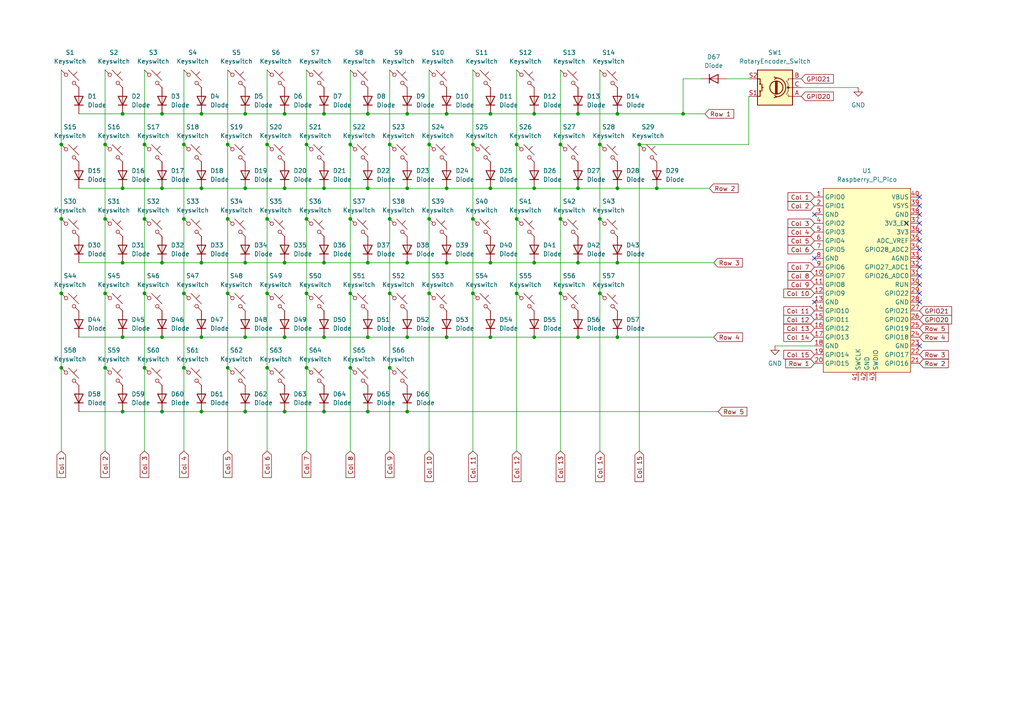
<source format=kicad_sch>
(kicad_sch (version 20250114) (generator "eeschema") (generator_version "9.0")
  (paper "A4")
  (junction (at 35.56 97.79))
  (junction (at 106.68 97.79))
  (junction (at 118.11 76.2))
  (junction (at 167.64 54.61))
  (junction (at 58.42 33.02))
  (junction (at 82.55 97.79))
  (junction (at 82.55 76.2))
  (junction (at 41.91 63.5))
  (junction (at 30.48 63.5))
  (junction (at 101.6 106.68))
  (junction (at 101.6 85.09))
  (junction (at 173.99 63.5))
  (junction (at 142.24 97.79))
  (junction (at 154.94 76.2))
  (junction (at 30.48 41.91))
  (junction (at 35.56 54.61))
  (junction (at 142.24 33.02))
  (junction (at 66.04 106.68))
  (junction (at 35.56 76.2))
  (junction (at 66.04 63.5))
  (junction (at 77.47 85.09))
  (junction (at 142.24 76.2))
  (junction (at 113.03 63.5))
  (junction (at 53.34 85.09))
  (junction (at 58.42 54.61))
  (junction (at 149.86 63.5))
  (junction (at 154.94 97.79))
  (junction (at 167.64 33.02))
  (junction (at 162.56 41.91))
  (junction (at 17.78 41.91))
  (junction (at 179.07 76.2))
  (junction (at 93.98 76.2))
  (junction (at 46.99 76.2))
  (junction (at 198.12 33.02))
  (junction (at 129.54 97.79))
  (junction (at 162.56 63.5))
  (junction (at 71.12 119.38))
  (junction (at 129.54 33.02))
  (junction (at 82.55 54.61))
  (junction (at 58.42 76.2))
  (junction (at 71.12 76.2))
  (junction (at 66.04 41.91))
  (junction (at 77.47 106.68))
  (junction (at 46.99 33.02))
  (junction (at 82.55 119.38))
  (junction (at 106.68 119.38))
  (junction (at 106.68 76.2))
  (junction (at 71.12 54.61))
  (junction (at 88.9 106.68))
  (junction (at 113.03 85.09))
  (junction (at 106.68 54.61))
  (junction (at 124.46 85.09))
  (junction (at 129.54 76.2))
  (junction (at 93.98 119.38))
  (junction (at 137.16 63.5))
  (junction (at 30.48 85.09))
  (junction (at 179.07 54.61))
  (junction (at 93.98 54.61))
  (junction (at 124.46 41.91))
  (junction (at 118.11 54.61))
  (junction (at 46.99 119.38))
  (junction (at 142.24 54.61))
  (junction (at 173.99 85.09))
  (junction (at 185.42 41.91))
  (junction (at 118.11 33.02))
  (junction (at 53.34 106.68))
  (junction (at 167.64 97.79))
  (junction (at 41.91 41.91))
  (junction (at 137.16 41.91))
  (junction (at 88.9 41.91))
  (junction (at 129.54 54.61))
  (junction (at 77.47 41.91))
  (junction (at 88.9 85.09))
  (junction (at 35.56 119.38))
  (junction (at 71.12 97.79))
  (junction (at 113.03 41.91))
  (junction (at 179.07 97.79))
  (junction (at 149.86 85.09))
  (junction (at 101.6 63.5))
  (junction (at 17.78 106.68))
  (junction (at 162.56 85.09))
  (junction (at 173.99 41.91))
  (junction (at 53.34 41.91))
  (junction (at 93.98 97.79))
  (junction (at 167.64 76.2))
  (junction (at 58.42 119.38))
  (junction (at 82.55 33.02))
  (junction (at 35.56 33.02))
  (junction (at 190.5 54.61))
  (junction (at 137.16 85.09))
  (junction (at 118.11 119.38))
  (junction (at 53.34 63.5))
  (junction (at 46.99 54.61))
  (junction (at 46.99 97.79))
  (junction (at 118.11 97.79))
  (junction (at 154.94 33.02))
  (junction (at 106.68 33.02))
  (junction (at 17.78 85.09))
  (junction (at 113.03 106.68))
  (junction (at 124.46 63.5))
  (junction (at 88.9 63.5))
  (junction (at 154.94 54.61))
  (junction (at 149.86 41.91))
  (junction (at 58.42 97.79))
  (junction (at 77.47 63.5))
  (junction (at 41.91 106.68))
  (junction (at 17.78 63.5))
  (junction (at 179.07 33.02))
  (junction (at 93.98 33.02))
  (junction (at 30.48 106.68))
  (junction (at 101.6 41.91))
  (junction (at 71.12 33.02))
  (junction (at 41.91 85.09))
  (junction (at 66.04 85.09))
  (no_connect (at 266.7 69.85))
  (no_connect (at 266.7 80.01))
  (no_connect (at 266.7 100.33))
  (no_connect (at 266.7 74.93))
  (no_connect (at 266.7 62.23))
  (no_connect (at 266.7 57.15))
  (no_connect (at 266.7 87.63))
  (no_connect (at 262.89 64.77))
  (no_connect (at 266.7 77.47))
  (no_connect (at 266.7 64.77))
  (no_connect (at 236.22 87.63))
  (no_connect (at 266.7 82.55))
  (no_connect (at 266.7 59.69))
  (no_connect (at 266.7 67.31))
  (no_connect (at 236.22 74.93))
  (no_connect (at 266.7 85.09))
  (no_connect (at 266.7 72.39))
  (no_connect (at 236.22 62.23))
  (wire (pts (xy 106.68 76.2) (xy 118.11 76.2)))
  (wire (pts (xy 77.47 85.09) (xy 77.47 106.68)))
  (wire (pts (xy 173.99 63.5) (xy 173.99 85.09)))
  (wire (pts (xy 118.11 119.38) (xy 208.28 119.38)))
  (wire (pts (xy 77.47 20.32) (xy 77.47 41.91)))
  (wire (pts (xy 118.11 33.02) (xy 129.54 33.02)))
  (wire (pts (xy 41.91 41.91) (xy 41.91 63.5)))
  (wire (pts (xy 179.07 54.61) (xy 190.5 54.61)))
  (wire (pts (xy 162.56 85.09) (xy 162.56 130.81)))
  (wire (pts (xy 129.54 54.61) (xy 142.24 54.61)))
  (wire (pts (xy 137.16 41.91) (xy 137.16 63.5)))
  (wire (pts (xy 17.78 63.5) (xy 17.78 85.09)))
  (wire (pts (xy 129.54 33.02) (xy 142.24 33.02)))
  (wire (pts (xy 154.94 54.61) (xy 167.64 54.61)))
  (wire (pts (xy 149.86 63.5) (xy 149.86 85.09)))
  (wire (pts (xy 93.98 54.61) (xy 106.68 54.61)))
  (wire (pts (xy 30.48 85.09) (xy 30.48 106.68)))
  (wire (pts (xy 101.6 85.09) (xy 101.6 106.68)))
  (wire (pts (xy 106.68 119.38) (xy 118.11 119.38)))
  (wire (pts (xy 101.6 41.91) (xy 101.6 63.5)))
  (wire (pts (xy 179.07 33.02) (xy 198.12 33.02)))
  (wire (pts (xy 71.12 97.79) (xy 82.55 97.79)))
  (wire (pts (xy 167.64 54.61) (xy 179.07 54.61)))
  (wire (pts (xy 77.47 63.5) (xy 77.47 85.09)))
  (wire (pts (xy 162.56 63.5) (xy 162.56 85.09)))
  (wire (pts (xy 41.91 106.68) (xy 41.91 130.81)))
  (wire (pts (xy 53.34 85.09) (xy 53.34 106.68)))
  (wire (pts (xy 118.11 54.61) (xy 129.54 54.61)))
  (wire (pts (xy 167.64 97.79) (xy 179.07 97.79)))
  (wire (pts (xy 35.56 76.2) (xy 46.99 76.2)))
  (wire (pts (xy 106.68 54.61) (xy 118.11 54.61)))
  (wire (pts (xy 58.42 97.79) (xy 71.12 97.79)))
  (wire (pts (xy 154.94 33.02) (xy 167.64 33.02)))
  (wire (pts (xy 113.03 85.09) (xy 113.03 106.68)))
  (wire (pts (xy 167.64 33.02) (xy 179.07 33.02)))
  (wire (pts (xy 46.99 76.2) (xy 58.42 76.2)))
  (wire (pts (xy 58.42 76.2) (xy 71.12 76.2)))
  (wire (pts (xy 41.91 20.32) (xy 41.91 41.91)))
  (wire (pts (xy 106.68 33.02) (xy 118.11 33.02)))
  (wire (pts (xy 82.55 54.61) (xy 93.98 54.61)))
  (wire (pts (xy 167.64 76.2) (xy 179.07 76.2)))
  (wire (pts (xy 66.04 106.68) (xy 66.04 130.81)))
  (wire (pts (xy 93.98 76.2) (xy 106.68 76.2)))
  (wire (pts (xy 118.11 97.79) (xy 129.54 97.79)))
  (wire (pts (xy 129.54 76.2) (xy 142.24 76.2)))
  (wire (pts (xy 17.78 85.09) (xy 17.78 106.68)))
  (wire (pts (xy 88.9 63.5) (xy 88.9 85.09)))
  (wire (pts (xy 35.56 33.02) (xy 46.99 33.02)))
  (wire (pts (xy 137.16 63.5) (xy 137.16 85.09)))
  (wire (pts (xy 88.9 106.68) (xy 88.9 130.81)))
  (wire (pts (xy 113.03 106.68) (xy 113.03 130.81)))
  (wire (pts (xy 35.56 54.61) (xy 46.99 54.61)))
  (wire (pts (xy 217.17 41.91) (xy 185.42 41.91)))
  (wire (pts (xy 149.86 20.32) (xy 149.86 41.91)))
  (wire (pts (xy 154.94 97.79) (xy 167.64 97.79)))
  (wire (pts (xy 173.99 85.09) (xy 173.99 130.81)))
  (wire (pts (xy 17.78 106.68) (xy 17.78 130.81)))
  (wire (pts (xy 124.46 85.09) (xy 124.46 130.81)))
  (wire (pts (xy 66.04 85.09) (xy 66.04 106.68)))
  (wire (pts (xy 22.86 119.38) (xy 35.56 119.38)))
  (wire (pts (xy 173.99 20.32) (xy 173.99 41.91)))
  (wire (pts (xy 210.82 22.86) (xy 217.17 22.86)))
  (wire (pts (xy 46.99 97.79) (xy 58.42 97.79)))
  (wire (pts (xy 30.48 41.91) (xy 30.48 63.5)))
  (wire (pts (xy 22.86 54.61) (xy 35.56 54.61)))
  (wire (pts (xy 113.03 41.91) (xy 113.03 63.5)))
  (wire (pts (xy 179.07 97.79) (xy 207.01 97.79)))
  (wire (pts (xy 142.24 33.02) (xy 154.94 33.02)))
  (wire (pts (xy 53.34 106.68) (xy 53.34 130.81)))
  (wire (pts (xy 66.04 41.91) (xy 66.04 63.5)))
  (wire (pts (xy 66.04 20.32) (xy 66.04 41.91)))
  (wire (pts (xy 71.12 76.2) (xy 82.55 76.2)))
  (wire (pts (xy 142.24 76.2) (xy 154.94 76.2)))
  (wire (pts (xy 71.12 54.61) (xy 82.55 54.61)))
  (wire (pts (xy 232.41 25.4) (xy 248.92 25.4)))
  (wire (pts (xy 142.24 97.79) (xy 154.94 97.79)))
  (wire (pts (xy 198.12 33.02) (xy 204.47 33.02)))
  (wire (pts (xy 93.98 33.02) (xy 106.68 33.02)))
  (wire (pts (xy 179.07 76.2) (xy 207.01 76.2)))
  (wire (pts (xy 118.11 76.2) (xy 129.54 76.2)))
  (wire (pts (xy 149.86 85.09) (xy 149.86 130.81)))
  (wire (pts (xy 124.46 20.32) (xy 124.46 41.91)))
  (wire (pts (xy 93.98 97.79) (xy 106.68 97.79)))
  (wire (pts (xy 149.86 41.91) (xy 149.86 63.5)))
  (wire (pts (xy 71.12 33.02) (xy 82.55 33.02)))
  (wire (pts (xy 88.9 41.91) (xy 88.9 63.5)))
  (wire (pts (xy 58.42 33.02) (xy 71.12 33.02)))
  (wire (pts (xy 53.34 63.5) (xy 53.34 85.09)))
  (wire (pts (xy 82.55 119.38) (xy 93.98 119.38)))
  (wire (pts (xy 82.55 33.02) (xy 93.98 33.02)))
  (wire (pts (xy 30.48 63.5) (xy 30.48 85.09)))
  (wire (pts (xy 82.55 97.79) (xy 93.98 97.79)))
  (wire (pts (xy 142.24 54.61) (xy 154.94 54.61)))
  (wire (pts (xy 22.86 97.79) (xy 35.56 97.79)))
  (wire (pts (xy 113.03 63.5) (xy 113.03 85.09)))
  (wire (pts (xy 88.9 85.09) (xy 88.9 106.68)))
  (wire (pts (xy 53.34 20.32) (xy 53.34 41.91)))
  (wire (pts (xy 154.94 76.2) (xy 167.64 76.2)))
  (wire (pts (xy 53.34 41.91) (xy 53.34 63.5)))
  (wire (pts (xy 203.2 22.86) (xy 198.12 22.86)))
  (wire (pts (xy 113.03 20.32) (xy 113.03 41.91)))
  (wire (pts (xy 46.99 119.38) (xy 58.42 119.38)))
  (wire (pts (xy 35.56 97.79) (xy 46.99 97.79)))
  (wire (pts (xy 22.86 33.02) (xy 35.56 33.02)))
  (wire (pts (xy 58.42 119.38) (xy 71.12 119.38)))
  (wire (pts (xy 101.6 63.5) (xy 101.6 85.09)))
  (wire (pts (xy 162.56 41.91) (xy 162.56 63.5)))
  (wire (pts (xy 17.78 20.32) (xy 17.78 41.91)))
  (wire (pts (xy 22.86 76.2) (xy 35.56 76.2)))
  (wire (pts (xy 129.54 97.79) (xy 142.24 97.79)))
  (wire (pts (xy 58.42 54.61) (xy 71.12 54.61)))
  (wire (pts (xy 66.04 63.5) (xy 66.04 85.09)))
  (wire (pts (xy 137.16 20.32) (xy 137.16 41.91)))
  (wire (pts (xy 46.99 33.02) (xy 58.42 33.02)))
  (wire (pts (xy 30.48 20.32) (xy 30.48 41.91)))
  (wire (pts (xy 101.6 20.32) (xy 101.6 41.91)))
  (wire (pts (xy 41.91 85.09) (xy 41.91 106.68)))
  (wire (pts (xy 93.98 119.38) (xy 106.68 119.38)))
  (wire (pts (xy 162.56 20.32) (xy 162.56 41.91)))
  (wire (pts (xy 124.46 41.91) (xy 124.46 63.5)))
  (wire (pts (xy 106.68 97.79) (xy 118.11 97.79)))
  (wire (pts (xy 217.17 27.94) (xy 217.17 41.91)))
  (wire (pts (xy 173.99 41.91) (xy 173.99 63.5)))
  (wire (pts (xy 30.48 106.68) (xy 30.48 130.81)))
  (wire (pts (xy 190.5 54.61) (xy 205.74 54.61)))
  (wire (pts (xy 77.47 41.91) (xy 77.47 63.5)))
  (wire (pts (xy 101.6 106.68) (xy 101.6 130.81)))
  (wire (pts (xy 17.78 41.91) (xy 17.78 63.5)))
  (wire (pts (xy 71.12 119.38) (xy 82.55 119.38)))
  (wire (pts (xy 88.9 20.32) (xy 88.9 41.91)))
  (wire (pts (xy 198.12 22.86) (xy 198.12 33.02)))
  (wire (pts (xy 46.99 54.61) (xy 58.42 54.61)))
  (wire (pts (xy 41.91 63.5) (xy 41.91 85.09)))
  (wire (pts (xy 35.56 119.38) (xy 46.99 119.38)))
  (wire (pts (xy 82.55 76.2) (xy 93.98 76.2)))
  (wire (pts (xy 224.79 100.33) (xy 236.22 100.33)))
  (wire (pts (xy 124.46 63.5) (xy 124.46 85.09)))
  (wire (pts (xy 185.42 41.91) (xy 185.42 130.81)))
  (wire (pts (xy 77.47 106.68) (xy 77.47 130.81)))
  (wire (pts (xy 137.16 85.09) (xy 137.16 130.81)))
  (global_label "Col 6" (shape input) (at 77.47 130.81 270) (property "Intersheetrefs" "${INTERSHEET_REFS}" (effects (hide yes))))
  (global_label "Col 4" (shape input) (at 53.34 130.81 270) (property "Intersheetrefs" "${INTERSHEET_REFS}" (effects (hide yes))))
  (global_label "Col 9" (shape input) (at 113.03 130.81 270) (property "Intersheetrefs" "${INTERSHEET_REFS}" (effects (hide yes))))
  (global_label "Row 1" (shape input) (at 204.47 33.02 0) (property "Intersheetrefs" "${INTERSHEET_REFS}" (effects (hide yes))))
  (global_label "Col 13" (shape input) (at 162.56 130.81 270) (property "Intersheetrefs" "${INTERSHEET_REFS}" (effects (hide yes))))
  (global_label "Col 10" (shape input) (at 124.46 130.81 270) (property "Intersheetrefs" "${INTERSHEET_REFS}" (effects (hide yes))))
  (global_label "Col 15" (shape input) (at 236.22 102.87 180) (property "Intersheetrefs" "${INTERSHEET_REFS}" (effects (hide yes))))
  (global_label "Col 2" (shape input) (at 30.48 130.81 270) (property "Intersheetrefs" "${INTERSHEET_REFS}" (effects (hide yes))))
  (global_label "Col 2" (shape input) (at 236.22 59.69 180) (property "Intersheetrefs" "${INTERSHEET_REFS}" (effects (hide yes))))
  (global_label "GPIO21" (shape input) (at 266.7 90.17 0) (property "Intersheetrefs" "${INTERSHEET_REFS}" (effects (hide yes))))
  (global_label "Col 8" (shape input) (at 236.22 80.01 180) (property "Intersheetrefs" "${INTERSHEET_REFS}" (effects (hide yes))))
  (global_label "Col 5" (shape input) (at 66.04 130.81 270) (property "Intersheetrefs" "${INTERSHEET_REFS}" (effects (hide yes))))
  (global_label "Row 2" (shape input) (at 266.7 105.41 0) (property "Intersheetrefs" "${INTERSHEET_REFS}" (effects (hide yes))))
  (global_label "Col 12" (shape input) (at 149.86 130.81 270) (property "Intersheetrefs" "${INTERSHEET_REFS}" (effects (hide yes))))
  (global_label "Row 1" (shape input) (at 236.22 105.41 180) (property "Intersheetrefs" "${INTERSHEET_REFS}" (effects (hide yes))))
  (global_label "Row 3" (shape input) (at 207.01 76.2 0) (property "Intersheetrefs" "${INTERSHEET_REFS}" (effects (hide yes))))
  (global_label "Col 11" (shape input) (at 137.16 130.81 270) (property "Intersheetrefs" "${INTERSHEET_REFS}" (effects (hide yes))))
  (global_label "Row 5" (shape input) (at 208.28 119.38 0) (property "Intersheetrefs" "${INTERSHEET_REFS}" (effects (hide yes))))
  (global_label "Col 4" (shape input) (at 236.22 67.31 180) (property "Intersheetrefs" "${INTERSHEET_REFS}" (effects (hide yes))))
  (global_label "Col 7" (shape input) (at 236.22 77.47 180) (property "Intersheetrefs" "${INTERSHEET_REFS}" (effects (hide yes))))
  (global_label "Col 1" (shape input) (at 236.22 57.15 180) (property "Intersheetrefs" "${INTERSHEET_REFS}" (effects (hide yes))))
  (global_label "Col 11" (shape input) (at 236.22 90.17 180) (property "Intersheetrefs" "${INTERSHEET_REFS}" (effects (hide yes))))
  (global_label "Col 12" (shape input) (at 236.22 92.71 180) (property "Intersheetrefs" "${INTERSHEET_REFS}" (effects (hide yes))))
  (global_label "Col 3" (shape input) (at 236.22 64.77 180) (property "Intersheetrefs" "${INTERSHEET_REFS}" (effects (hide yes))))
  (global_label "Row 2" (shape input) (at 205.74 54.61 0) (property "Intersheetrefs" "${INTERSHEET_REFS}" (effects (hide yes))))
  (global_label "Col 8" (shape input) (at 101.6 130.81 270) (property "Intersheetrefs" "${INTERSHEET_REFS}" (effects (hide yes))))
  (global_label "GPIO20" (shape input) (at 232.41 27.94 0) (property "Intersheetrefs" "${INTERSHEET_REFS}" (effects (hide yes))))
  (global_label "Row 5" (shape input) (at 266.7 95.25 0) (property "Intersheetrefs" "${INTERSHEET_REFS}" (effects (hide yes))))
  (global_label "Col 1" (shape input) (at 17.78 130.81 270) (property "Intersheetrefs" "${INTERSHEET_REFS}" (effects (hide yes))))
  (global_label "Col 15" (shape input) (at 185.42 130.81 270) (property "Intersheetrefs" "${INTERSHEET_REFS}" (effects (hide yes))))
  (global_label "Col 13" (shape input) (at 236.22 95.25 180) (property "Intersheetrefs" "${INTERSHEET_REFS}" (effects (hide yes))))
  (global_label "GPIO21" (shape input) (at 232.41 22.86 0) (property "Intersheetrefs" "${INTERSHEET_REFS}" (effects (hide yes))))
  (global_label "GPIO20" (shape input) (at 266.7 92.71 0) (property "Intersheetrefs" "${INTERSHEET_REFS}" (effects (hide yes))))
  (global_label "Col 7" (shape input) (at 88.9 130.81 270) (property "Intersheetrefs" "${INTERSHEET_REFS}" (effects (hide yes))))
  (global_label "Row 3" (shape input) (at 266.7 102.87 0) (property "Intersheetrefs" "${INTERSHEET_REFS}" (effects (hide yes))))
  (global_label "Col 3" (shape input) (at 41.91 130.81 270) (property "Intersheetrefs" "${INTERSHEET_REFS}" (effects (hide yes))))
  (global_label "Col 14" (shape input) (at 173.99 130.81 270) (property "Intersheetrefs" "${INTERSHEET_REFS}" (effects (hide yes))))
  (global_label "Col 9" (shape input) (at 236.22 82.55 180) (property "Intersheetrefs" "${INTERSHEET_REFS}" (effects (hide yes))))
  (global_label "Col 6" (shape input) (at 236.22 72.39 180) (property "Intersheetrefs" "${INTERSHEET_REFS}" (effects (hide yes))))
  (global_label "Col 10" (shape input) (at 236.22 85.09 180) (property "Intersheetrefs" "${INTERSHEET_REFS}" (effects (hide yes))))
  (global_label "Col 5" (shape input) (at 236.22 69.85 180) (property "Intersheetrefs" "${INTERSHEET_REFS}" (effects (hide yes))))
  (global_label "Col 14" (shape input) (at 236.22 97.79 180) (property "Intersheetrefs" "${INTERSHEET_REFS}" (effects (hide yes))))
  (global_label "Row 4" (shape input) (at 207.01 97.79 0) (property "Intersheetrefs" "${INTERSHEET_REFS}" (effects (hide yes))))
  (global_label "Row 4" (shape input) (at 266.7 97.79 0) (property "Intersheetrefs" "${INTERSHEET_REFS}" (effects (hide yes))))
  (symbol (lib_id "ScottoKeebs:Placeholder_Keyswitch") (at 80.01 109.22 0) (unit 1)
    (property "Reference" "S63" (at 80.01 101.6 0))
    (property "Value" "Keyswitch" (at 80.01 104.14 0))
    (property "Footprint" "ScottoKeebs_MX:MX_PCB_1.25u" (effects (hide yes)))
    (property "Description" "Push button switch, normally open, two pins, 45° tilted" (effects (hide yes)))
  )
  (symbol (lib_id "ScottoKeebs:Placeholder_Diode") (at 167.64 93.98 90) (unit 1)
    (property "Reference" "D56" (at 170.18 92.7099 90) (effects (justify right)))
    (property "Value" "Diode" (at 170.18 95.2499 90) (effects (justify right)))
    (property "Footprint" "ScottoKeebs_Components:Diode_DO-35" (effects (hide yes)))
    (property "Description" "1N4148 (DO-35) or 1N4148W (SOD-123)" (effects (hide yes)))
    (property "Sim.Device" "D" (effects (hide yes)))
    (property "Sim.Pins" "1=K 2=A" (effects (hide yes)))
  )
  (symbol (lib_id "ScottoKeebs:Placeholder_Diode") (at 167.64 29.21 90) (unit 1)
    (property "Reference" "D13" (at 170.18 27.9399 90) (effects (justify right)))
    (property "Value" "Diode" (at 170.18 30.4799 90) (effects (justify right)))
    (property "Footprint" "ScottoKeebs_Components:Diode_DO-35" (effects (hide yes)))
    (property "Description" "1N4148 (DO-35) or 1N4148W (SOD-123)" (effects (hide yes)))
    (property "Sim.Device" "D" (effects (hide yes)))
    (property "Sim.Pins" "1=K 2=A" (effects (hide yes)))
  )
  (symbol (lib_id "ScottoKeebs:Placeholder_Keyswitch") (at 33.02 66.04 0) (unit 1)
    (property "Reference" "S31" (at 33.02 58.42 0))
    (property "Value" "Keyswitch" (at 33.02 60.96 0))
    (property "Footprint" "ScottoKeebs_MX:MX_PCB_1.00u" (effects (hide yes)))
    (property "Description" "Push button switch, normally open, two pins, 45° tilted" (effects (hide yes)))
  )
  (symbol (lib_id "ScottoKeebs:Placeholder_Keyswitch") (at 165.1 66.04 0) (unit 1)
    (property "Reference" "S42" (at 165.1 58.42 0))
    (property "Value" "Keyswitch" (at 165.1 60.96 0))
    (property "Footprint" "Button_Switch_Keyboard:SW_Cherry_MX_2.25u_PCB" (effects (hide yes)))
    (property "Description" "Push button switch, normally open, two pins, 45° tilted" (effects (hide yes)))
  )
  (symbol (lib_id "ScottoKeebs:Placeholder_Keyswitch") (at 176.53 44.45 0) (unit 1)
    (property "Reference" "S28" (at 176.53 36.83 0))
    (property "Value" "Keyswitch" (at 176.53 39.37 0))
    (property "Footprint" "ScottoKeebs_MX:MX_PCB_1.50u" (effects (hide yes)))
    (property "Description" "Push button switch, normally open, two pins, 45° tilted" (effects (hide yes)))
  )
  (symbol (lib_id "ScottoKeebs:Placeholder_Diode") (at 179.07 50.8 90) (unit 1)
    (property "Reference" "D28" (at 181.61 49.5299 90) (effects (justify right)))
    (property "Value" "Diode" (at 181.61 52.0699 90) (effects (justify right)))
    (property "Footprint" "ScottoKeebs_Components:Diode_DO-35" (effects (hide yes)))
    (property "Description" "1N4148 (DO-35) or 1N4148W (SOD-123)" (effects (hide yes)))
    (property "Sim.Device" "D" (effects (hide yes)))
    (property "Sim.Pins" "1=K 2=A" (effects (hide yes)))
  )
  (symbol (lib_id "ScottoKeebs:Placeholder_Keyswitch") (at 80.01 66.04 0) (unit 1)
    (property "Reference" "S35" (at 80.01 58.42 0))
    (property "Value" "Keyswitch" (at 80.01 60.96 0))
    (property "Footprint" "ScottoKeebs_MX:MX_PCB_1.00u" (effects (hide yes)))
    (property "Description" "Push button switch, normally open, two pins, 45° tilted" (effects (hide yes)))
  )
  (symbol (lib_id "ScottoKeebs:Placeholder_Keyswitch") (at 152.4 87.63 0) (unit 1)
    (property "Reference" "S55" (at 152.4 80.01 0))
    (property "Value" "Keyswitch" (at 152.4 82.55 0))
    (property "Footprint" "ScottoKeebs_MX:MX_PCB_1.75u" (effects (hide yes)))
    (property "Description" "Push button switch, normally open, two pins, 45° tilted" (effects (hide yes)))
  )
  (symbol (lib_id "ScottoKeebs:Placeholder_Diode") (at 58.42 93.98 90) (unit 1)
    (property "Reference" "D47" (at 60.96 92.7099 90) (effects (justify right)))
    (property "Value" "Diode" (at 60.96 95.2499 90) (effects (justify right)))
    (property "Footprint" "ScottoKeebs_Components:Diode_DO-35" (effects (hide yes)))
    (property "Description" "1N4148 (DO-35) or 1N4148W (SOD-123)" (effects (hide yes)))
    (property "Sim.Device" "D" (effects (hide yes)))
    (property "Sim.Pins" "1=K 2=A" (effects (hide yes)))
  )
  (symbol (lib_id "ScottoKeebs:Placeholder_Diode") (at 35.56 50.8 90) (unit 1)
    (property "Reference" "D16" (at 38.1 49.5299 90) (effects (justify right)))
    (property "Value" "Diode" (at 38.1 52.0699 90) (effects (justify right)))
    (property "Footprint" "ScottoKeebs_Components:Diode_DO-35" (effects (hide yes)))
    (property "Description" "1N4148 (DO-35) or 1N4148W (SOD-123)" (effects (hide yes)))
    (property "Sim.Device" "D" (effects (hide yes)))
    (property "Sim.Pins" "1=K 2=A" (effects (hide yes)))
  )
  (symbol (lib_id "ScottoKeebs:Placeholder_Diode") (at 35.56 72.39 90) (unit 1)
    (property "Reference" "D31" (at 38.1 71.1199 90) (effects (justify right)))
    (property "Value" "Diode" (at 38.1 73.6599 90) (effects (justify right)))
    (property "Footprint" "ScottoKeebs_Components:Diode_DO-35" (effects (hide yes)))
    (property "Description" "1N4148 (DO-35) or 1N4148W (SOD-123)" (effects (hide yes)))
    (property "Sim.Device" "D" (effects (hide yes)))
    (property "Sim.Pins" "1=K 2=A" (effects (hide yes)))
  )
  (symbol (lib_id "ScottoKeebs:Placeholder_Diode") (at 82.55 50.8 90) (unit 1)
    (property "Reference" "D20" (at 85.09 49.5299 90) (effects (justify right)))
    (property "Value" "Diode" (at 85.09 52.0699 90) (effects (justify right)))
    (property "Footprint" "ScottoKeebs_Components:Diode_DO-35" (effects (hide yes)))
    (property "Description" "1N4148 (DO-35) or 1N4148W (SOD-123)" (effects (hide yes)))
    (property "Sim.Device" "D" (effects (hide yes)))
    (property "Sim.Pins" "1=K 2=A" (effects (hide yes)))
  )
  (symbol (lib_id "ScottoKeebs:Placeholder_Diode") (at 106.68 50.8 90) (unit 1)
    (property "Reference" "D22" (at 109.22 49.5299 90) (effects (justify right)))
    (property "Value" "Diode" (at 109.22 52.0699 90) (effects (justify right)))
    (property "Footprint" "ScottoKeebs_Components:Diode_DO-35" (effects (hide yes)))
    (property "Description" "1N4148 (DO-35) or 1N4148W (SOD-123)" (effects (hide yes)))
    (property "Sim.Device" "D" (effects (hide yes)))
    (property "Sim.Pins" "1=K 2=A" (effects (hide yes)))
  )
  (symbol (lib_id "ScottoKeebs:Placeholder_Keyswitch") (at 127 66.04 0) (unit 1)
    (property "Reference" "S39" (at 127 58.42 0))
    (property "Value" "Keyswitch" (at 127 60.96 0))
    (property "Footprint" "ScottoKeebs_MX:MX_PCB_1.00u" (effects (hide yes)))
    (property "Description" "Push button switch, normally open, two pins, 45° tilted" (effects (hide yes)))
  )
  (symbol (lib_id "ScottoKeebs:Placeholder_Diode") (at 118.11 72.39 90) (unit 1)
    (property "Reference" "D38" (at 120.65 71.1199 90) (effects (justify right)))
    (property "Value" "Diode" (at 120.65 73.6599 90) (effects (justify right)))
    (property "Footprint" "ScottoKeebs_Components:Diode_DO-35" (effects (hide yes)))
    (property "Description" "1N4148 (DO-35) or 1N4148W (SOD-123)" (effects (hide yes)))
    (property "Sim.Device" "D" (effects (hide yes)))
    (property "Sim.Pins" "1=K 2=A" (effects (hide yes)))
  )
  (symbol (lib_id "ScottoKeebs:Placeholder_Keyswitch") (at 127 87.63 0) (unit 1)
    (property "Reference" "S53" (at 127 80.01 0))
    (property "Value" "Keyswitch" (at 127 82.55 0))
    (property "Footprint" "ScottoKeebs_MX:MX_PCB_1.00u" (effects (hide yes)))
    (property "Description" "Push button switch, normally open, two pins, 45° tilted" (effects (hide yes)))
  )
  (symbol (lib_id "ScottoKeebs:Placeholder_Keyswitch") (at 68.58 109.22 0) (unit 1)
    (property "Reference" "S62" (at 68.58 101.6 0))
    (property "Value" "Keyswitch" (at 68.58 104.14 0))
    (property "Footprint" "ScottoKeebs_MX:MX_PCB_1.25u" (effects (hide yes)))
    (property "Description" "Push button switch, normally open, two pins, 45° tilted" (effects (hide yes)))
  )
  (symbol (lib_id "ScottoKeebs:Placeholder_Diode") (at 22.86 72.39 90) (unit 1)
    (property "Reference" "D30" (at 25.4 71.1199 90) (effects (justify right)))
    (property "Value" "Diode" (at 25.4 73.6599 90) (effects (justify right)))
    (property "Footprint" "ScottoKeebs_Components:Diode_DO-35" (effects (hide yes)))
    (property "Description" "1N4148 (DO-35) or 1N4148W (SOD-123)" (effects (hide yes)))
    (property "Sim.Device" "D" (effects (hide yes)))
    (property "Sim.Pins" "1=K 2=A" (effects (hide yes)))
  )
  (symbol (lib_id "ScottoKeebs:Placeholder_Keyswitch") (at 55.88 22.86 0) (unit 1)
    (property "Reference" "S4" (at 55.88 15.24 0))
    (property "Value" "Keyswitch" (at 55.88 17.78 0))
    (property "Footprint" "ScottoKeebs_MX:MX_PCB_1.00u" (effects (hide yes)))
    (property "Description" "Push button switch, normally open, two pins, 45° tilted" (effects (hide yes)))
  )
  (symbol (lib_id "ScottoKeebs:Placeholder_Diode") (at 71.12 29.21 90) (unit 1)
    (property "Reference" "D5" (at 73.66 27.9399 90) (effects (justify right)))
    (property "Value" "Diode" (at 73.66 30.4799 90) (effects (justify right)))
    (property "Footprint" "ScottoKeebs_Components:Diode_DO-35" (effects (hide yes)))
    (property "Description" "1N4148 (DO-35) or 1N4148W (SOD-123)" (effects (hide yes)))
    (property "Sim.Device" "D" (effects (hide yes)))
    (property "Sim.Pins" "1=K 2=A" (effects (hide yes)))
  )
  (symbol (lib_id "ScottoKeebs:Placeholder_Diode") (at 106.68 72.39 90) (unit 1)
    (property "Reference" "D37" (at 109.22 71.1199 90) (effects (justify right)))
    (property "Value" "Diode" (at 109.22 73.6599 90) (effects (justify right)))
    (property "Footprint" "ScottoKeebs_Components:Diode_DO-35" (effects (hide yes)))
    (property "Description" "1N4148 (DO-35) or 1N4148W (SOD-123)" (effects (hide yes)))
    (property "Sim.Device" "D" (effects (hide yes)))
    (property "Sim.Pins" "1=K 2=A" (effects (hide yes)))
  )
  (symbol (lib_id "ScottoKeebs:Placeholder_Keyswitch") (at 33.02 22.86 0) (unit 1)
    (property "Reference" "S2" (at 33.02 15.24 0))
    (property "Value" "Keyswitch" (at 33.02 17.78 0))
    (property "Footprint" "ScottoKeebs_MX:MX_PCB_1.00u" (effects (hide yes)))
    (property "Description" "Push button switch, normally open, two pins, 45° tilted" (effects (hide yes)))
  )
  (symbol (lib_id "ScottoKeebs:Placeholder_Keyswitch") (at 55.88 109.22 0) (unit 1)
    (property "Reference" "S61" (at 55.88 101.6 0))
    (property "Value" "Keyswitch" (at 55.88 104.14 0))
    (property "Footprint" "Button_Switch_Keyboard:SW_Cherry_MX_6.25u_PCB" (effects (hide yes)))
    (property "Description" "Push button switch, normally open, two pins, 45° tilted" (effects (hide yes)))
  )
  (symbol (lib_id "ScottoKeebs:Placeholder_Keyswitch") (at 165.1 22.86 0) (unit 1)
    (property "Reference" "S13" (at 165.1 15.24 0))
    (property "Value" "Keyswitch" (at 165.1 17.78 0))
    (property "Footprint" "ScottoKeebs_MX:MX_PCB_1.00u" (effects (hide yes)))
    (property "Description" "Push button switch, normally open, two pins, 45° tilted" (effects (hide yes)))
  )
  (symbol (lib_id "ScottoKeebs:Placeholder_Diode") (at 118.11 50.8 90) (unit 1)
    (property "Reference" "D23" (at 120.65 49.5299 90) (effects (justify right)))
    (property "Value" "Diode" (at 120.65 52.0699 90) (effects (justify right)))
    (property "Footprint" "ScottoKeebs_Components:Diode_DO-35" (effects (hide yes)))
    (property "Description" "1N4148 (DO-35) or 1N4148W (SOD-123)" (effects (hide yes)))
    (property "Sim.Device" "D" (effects (hide yes)))
    (property "Sim.Pins" "1=K 2=A" (effects (hide yes)))
  )
  (symbol (lib_id "ScottoKeebs:Placeholder_Diode") (at 179.07 29.21 90) (unit 1)
    (property "Reference" "D14" (at 181.61 27.9399 90) (effects (justify right)))
    (property "Value" "Diode" (at 181.61 30.4799 90) (effects (justify right)))
    (property "Footprint" "ScottoKeebs_Components:Diode_DO-35" (effects (hide yes)))
    (property "Description" "1N4148 (DO-35) or 1N4148W (SOD-123)" (effects (hide yes)))
    (property "Sim.Device" "D" (effects (hide yes)))
    (property "Sim.Pins" "1=K 2=A" (effects (hide yes)))
  )
  (symbol (lib_id "ScottoKeebs:Placeholder_Keyswitch") (at 91.44 44.45 0) (unit 1)
    (property "Reference" "S21" (at 91.44 36.83 0))
    (property "Value" "Keyswitch" (at 91.44 39.37 0))
    (property "Footprint" "ScottoKeebs_MX:MX_PCB_1.00u" (effects (hide yes)))
    (property "Description" "Push button switch, normally open, two pins, 45° tilted" (effects (hide yes)))
  )
  (symbol (lib_id "ScottoKeebs:Placeholder_Diode") (at 58.42 50.8 90) (unit 1)
    (property "Reference" "D18" (at 60.96 49.5299 90) (effects (justify right)))
    (property "Value" "Diode" (at 60.96 52.0699 90) (effects (justify right)))
    (property "Footprint" "ScottoKeebs_Components:Diode_DO-35" (effects (hide yes)))
    (property "Description" "1N4148 (DO-35) or 1N4148W (SOD-123)" (effects (hide yes)))
    (property "Sim.Device" "D" (effects (hide yes)))
    (property "Sim.Pins" "1=K 2=A" (effects (hide yes)))
  )
  (symbol (lib_id "ScottoKeebs:Placeholder_Diode") (at 154.94 50.8 90) (unit 1)
    (property "Reference" "D26" (at 157.48 49.5299 90) (effects (justify right)))
    (property "Value" "Diode" (at 157.48 52.0699 90) (effects (justify right)))
    (property "Footprint" "ScottoKeebs_Components:Diode_DO-35" (effects (hide yes)))
    (property "Description" "1N4148 (DO-35) or 1N4148W (SOD-123)" (effects (hide yes)))
    (property "Sim.Device" "D" (effects (hide yes)))
    (property "Sim.Pins" "1=K 2=A" (effects (hide yes)))
  )
  (symbol (lib_id "ScottoKeebs:Placeholder_Keyswitch") (at 20.32 66.04 0) (unit 1)
    (property "Reference" "S30" (at 20.32 58.42 0))
    (property "Value" "Keyswitch" (at 20.32 60.96 0))
    (property "Footprint" "ScottoKeebs_MX:MX_PCB_1.75u" (effects (hide yes)))
    (property "Description" "Push button switch, normally open, two pins, 45° tilted" (effects (hide yes)))
  )
  (symbol (lib_id "ScottoKeebs:Placeholder_Diode") (at 106.68 93.98 90) (unit 1)
    (property "Reference" "D51" (at 109.22 92.7099 90) (effects (justify right)))
    (property "Value" "Diode" (at 109.22 95.2499 90) (effects (justify right)))
    (property "Footprint" "ScottoKeebs_Components:Diode_DO-35" (effects (hide yes)))
    (property "Description" "1N4148 (DO-35) or 1N4148W (SOD-123)" (effects (hide yes)))
    (property "Sim.Device" "D" (effects (hide yes)))
    (property "Sim.Pins" "1=K 2=A" (effects (hide yes)))
  )
  (symbol (lib_id "ScottoKeebs:Placeholder_Diode") (at 142.24 29.21 90) (unit 1)
    (property "Reference" "D11" (at 144.78 27.9399 90) (effects (justify right)))
    (property "Value" "Diode" (at 144.78 30.4799 90) (effects (justify right)))
    (property "Footprint" "ScottoKeebs_Components:Diode_DO-35" (effects (hide yes)))
    (property "Description" "1N4148 (DO-35) or 1N4148W (SOD-123)" (effects (hide yes)))
    (property "Sim.Device" "D" (effects (hide yes)))
    (property "Sim.Pins" "1=K 2=A" (effects (hide yes)))
  )
  (symbol (lib_id "ScottoKeebs:Placeholder_Diode") (at 129.54 50.8 90) (unit 1)
    (property "Reference" "D24" (at 132.08 49.5299 90) (effects (justify right)))
    (property "Value" "Diode" (at 132.08 52.0699 90) (effects (justify right)))
    (property "Footprint" "ScottoKeebs_Components:Diode_DO-35" (effects (hide yes)))
    (property "Description" "1N4148 (DO-35) or 1N4148W (SOD-123)" (effects (hide yes)))
    (property "Sim.Device" "D" (effects (hide yes)))
    (property "Sim.Pins" "1=K 2=A" (effects (hide yes)))
  )
  (symbol (lib_id "Device:RotaryEncoder_Switch") (at 224.79 25.4 180) (unit 1)
    (property "Reference" "SW1" (at 224.79 15.24 0))
    (property "Value" "RotaryEncoder_Switch" (at 224.79 17.78 0))
    (property "Footprint" "Rotary_Encoder:RotaryEncoder_Alps_EC11E-Switch_Vertical_H20mm" (effects (hide yes)))
    (property "Description" "Rotary encoder, dual channel, incremental quadrate outputs, with switch" (effects (hide yes)))
  )
  (symbol (lib_id "ScottoKeebs:Placeholder_Keyswitch") (at 152.4 22.86 0) (unit 1)
    (property "Reference" "S12" (at 152.4 15.24 0))
    (property "Value" "Keyswitch" (at 152.4 17.78 0))
    (property "Footprint" "ScottoKeebs_MX:MX_PCB_1.00u" (effects (hide yes)))
    (property "Description" "Push button switch, normally open, two pins, 45° tilted" (effects (hide yes)))
  )
  (symbol (lib_id "ScottoKeebs:Placeholder_Keyswitch") (at 33.02 44.45 0) (unit 1)
    (property "Reference" "S16" (at 33.02 36.83 0))
    (property "Value" "Keyswitch" (at 33.02 39.37 0))
    (property "Footprint" "ScottoKeebs_MX:MX_PCB_1.00u" (effects (hide yes)))
    (property "Description" "Push button switch, normally open, two pins, 45° tilted" (effects (hide yes)))
  )
  (symbol (lib_id "ScottoKeebs:Placeholder_Keyswitch") (at 104.14 22.86 0) (unit 1)
    (property "Reference" "S8" (at 104.14 15.24 0))
    (property "Value" "Keyswitch" (at 104.14 17.78 0))
    (property "Footprint" "ScottoKeebs_MX:MX_PCB_1.00u" (effects (hide yes)))
    (property "Description" "Push button switch, normally open, two pins, 45° tilted" (effects (hide yes)))
  )
  (symbol (lib_id "ScottoKeebs:Placeholder_Diode") (at 179.07 72.39 90) (unit 1)
    (property "Reference" "D43" (at 181.61 71.1199 90) (effects (justify right)))
    (property "Value" "Diode" (at 181.61 73.6599 90) (effects (justify right)))
    (property "Footprint" "ScottoKeebs_Components:Diode_DO-35" (effects (hide yes)))
    (property "Description" "1N4148 (DO-35) or 1N4148W (SOD-123)" (effects (hide yes)))
    (property "Sim.Device" "D" (effects (hide yes)))
    (property "Sim.Pins" "1=K 2=A" (effects (hide yes)))
  )
  (symbol (lib_id "ScottoKeebs:Placeholder_Keyswitch") (at 165.1 44.45 0) (unit 1)
    (property "Reference" "S27" (at 165.1 36.83 0))
    (property "Value" "Keyswitch" (at 165.1 39.37 0))
    (property "Footprint" "ScottoKeebs_MX:MX_PCB_1.00u" (effects (hide yes)))
    (property "Description" "Push button switch, normally open, two pins, 45° tilted" (effects (hide yes)))
  )
  (symbol (lib_id "ScottoKeebs:Placeholder_Diode") (at 154.94 29.21 90) (unit 1)
    (property "Reference" "D12" (at 157.48 27.9399 90) (effects (justify right)))
    (property "Value" "Diode" (at 157.48 30.4799 90) (effects (justify right)))
    (property "Footprint" "ScottoKeebs_Components:Diode_DO-35" (effects (hide yes)))
    (property "Description" "1N4148 (DO-35) or 1N4148W (SOD-123)" (effects (hide yes)))
    (property "Sim.Device" "D" (effects (hide yes)))
    (property "Sim.Pins" "1=K 2=A" (effects (hide yes)))
  )
  (symbol (lib_id "ScottoKeebs:Placeholder_Diode") (at 22.86 50.8 90) (unit 1)
    (property "Reference" "D15" (at 25.4 49.5299 90) (effects (justify right)))
    (property "Value" "Diode" (at 25.4 52.0699 90) (effects (justify right)))
    (property "Footprint" "ScottoKeebs_Components:Diode_DO-35" (effects (hide yes)))
    (property "Description" "1N4148 (DO-35) or 1N4148W (SOD-123)" (effects (hide yes)))
    (property "Sim.Device" "D" (effects (hide yes)))
    (property "Sim.Pins" "1=K 2=A" (effects (hide yes)))
  )
  (symbol (lib_id "ScottoKeebs:Placeholder_Diode") (at 118.11 29.21 90) (unit 1)
    (property "Reference" "D9" (at 120.65 27.9399 90) (effects (justify right)))
    (property "Value" "Diode" (at 120.65 30.4799 90) (effects (justify right)))
    (property "Footprint" "ScottoKeebs_Components:Diode_DO-35" (effects (hide yes)))
    (property "Description" "1N4148 (DO-35) or 1N4148W (SOD-123)" (effects (hide yes)))
    (property "Sim.Device" "D" (effects (hide yes)))
    (property "Sim.Pins" "1=K 2=A" (effects (hide yes)))
  )
  (symbol (lib_id "ScottoKeebs:Placeholder_Diode") (at 154.94 93.98 90) (unit 1)
    (property "Reference" "D55" (at 157.48 92.7099 90) (effects (justify right)))
    (property "Value" "Diode" (at 157.48 95.2499 90) (effects (justify right)))
    (property "Footprint" "ScottoKeebs_Components:Diode_DO-35" (effects (hide yes)))
    (property "Description" "1N4148 (DO-35) or 1N4148W (SOD-123)" (effects (hide yes)))
    (property "Sim.Device" "D" (effects (hide yes)))
    (property "Sim.Pins" "1=K 2=A" (effects (hide yes)))
  )
  (symbol (lib_id "ScottoKeebs:Placeholder_Keyswitch") (at 33.02 109.22 0) (unit 1)
    (property "Reference" "S59" (at 33.02 101.6 0))
    (property "Value" "Keyswitch" (at 33.02 104.14 0))
    (property "Footprint" "ScottoKeebs_MX:MX_PCB_1.25u" (effects (hide yes)))
    (property "Description" "Push button switch, normally open, two pins, 45° tilted" (effects (hide yes)))
  )
  (symbol (lib_id "ScottoKeebs:Placeholder_Diode") (at 58.42 72.39 90) (unit 1)
    (property "Reference" "D33" (at 60.96 71.1199 90) (effects (justify right)))
    (property "Value" "Diode" (at 60.96 73.6599 90) (effects (justify right)))
    (property "Footprint" "ScottoKeebs_Components:Diode_DO-35" (effects (hide yes)))
    (property "Description" "1N4148 (DO-35) or 1N4148W (SOD-123)" (effects (hide yes)))
    (property "Sim.Device" "D" (effects (hide yes)))
    (property "Sim.Pins" "1=K 2=A" (effects (hide yes)))
  )
  (symbol (lib_id "ScottoKeebs:MCU_Raspberry_Pi_Pico") (at 251.46 81.28 0) (unit 1)
    (property "Reference" "U1" (at 251.46 49.53 0))
    (property "Value" "Raspberry_Pi_Pico" (at 251.46 52.07 0))
    (property "Footprint" "ScottoKeebs_MCU:Raspberry_Pi_Pico" (effects (hide yes)))
  )
  (symbol (lib_id "ScottoKeebs:Placeholder_Keyswitch") (at 104.14 87.63 0) (unit 1)
    (property "Reference" "S51" (at 104.14 80.01 0))
    (property "Value" "Keyswitch" (at 104.14 82.55 0))
    (property "Footprint" "ScottoKeebs_MX:MX_PCB_1.00u" (effects (hide yes)))
    (property "Description" "Push button switch, normally open, two pins, 45° tilted" (effects (hide yes)))
  )
  (symbol (lib_id "ScottoKeebs:Placeholder_Diode") (at 142.24 72.39 90) (unit 1)
    (property "Reference" "D40" (at 144.78 71.1199 90) (effects (justify right)))
    (property "Value" "Diode" (at 144.78 73.6599 90) (effects (justify right)))
    (property "Footprint" "ScottoKeebs_Components:Diode_DO-35" (effects (hide yes)))
    (property "Description" "1N4148 (DO-35) or 1N4148W (SOD-123)" (effects (hide yes)))
    (property "Sim.Device" "D" (effects (hide yes)))
    (property "Sim.Pins" "1=K 2=A" (effects (hide yes)))
  )
  (symbol (lib_id "ScottoKeebs:Placeholder_Diode") (at 129.54 93.98 90) (unit 1)
    (property "Reference" "D53" (at 132.08 92.7099 90) (effects (justify right)))
    (property "Value" "Diode" (at 132.08 95.2499 90) (effects (justify right)))
    (property "Footprint" "ScottoKeebs_Components:Diode_DO-35" (effects (hide yes)))
    (property "Description" "1N4148 (DO-35) or 1N4148W (SOD-123)" (effects (hide yes)))
    (property "Sim.Device" "D" (effects (hide yes)))
    (property "Sim.Pins" "1=K 2=A" (effects (hide yes)))
  )
  (symbol (lib_id "ScottoKeebs:Placeholder_Diode") (at 93.98 115.57 90) (unit 1)
    (property "Reference" "D64" (at 96.52 114.2999 90) (effects (justify right)))
    (property "Value" "Diode" (at 96.52 116.8399 90) (effects (justify right)))
    (property "Footprint" "ScottoKeebs_Components:Diode_DO-35" (effects (hide yes)))
    (property "Description" "1N4148 (DO-35) or 1N4148W (SOD-123)" (effects (hide yes)))
    (property "Sim.Device" "D" (effects (hide yes)))
    (property "Sim.Pins" "1=K 2=A" (effects (hide yes)))
  )
  (symbol (lib_id "ScottoKeebs:Placeholder_Keyswitch") (at 20.32 44.45 0) (unit 1)
    (property "Reference" "S15" (at 20.32 36.83 0))
    (property "Value" "Keyswitch" (at 20.32 39.37 0))
    (property "Footprint" "ScottoKeebs_MX:MX_PCB_1.50u" (effects (hide yes)))
    (property "Description" "Push button switch, normally open, two pins, 45° tilted" (effects (hide yes)))
  )
  (symbol (lib_id "ScottoKeebs:Placeholder_Diode") (at 93.98 93.98 90) (unit 1)
    (property "Reference" "D50" (at 96.52 92.7099 90) (effects (justify right)))
    (property "Value" "Diode" (at 96.52 95.2499 90) (effects (justify right)))
    (property "Footprint" "ScottoKeebs_Components:Diode_DO-35" (effects (hide yes)))
    (property "Description" "1N4148 (DO-35) or 1N4148W (SOD-123)" (effects (hide yes)))
    (property "Sim.Device" "D" (effects (hide yes)))
    (property "Sim.Pins" "1=K 2=A" (effects (hide yes)))
  )
  (symbol (lib_id "ScottoKeebs:Placeholder_Keyswitch") (at 44.45 22.86 0) (unit 1)
    (property "Reference" "S3" (at 44.45 15.24 0))
    (property "Value" "Keyswitch" (at 44.45 17.78 0))
    (property "Footprint" "ScottoKeebs_MX:MX_PCB_1.00u" (effects (hide yes)))
    (property "Description" "Push button switch, normally open, two pins, 45° tilted" (effects (hide yes)))
  )
  (symbol (lib_id "ScottoKeebs:Placeholder_Keyswitch") (at 115.57 66.04 0) (unit 1)
    (property "Reference" "S38" (at 115.57 58.42 0))
    (property "Value" "Keyswitch" (at 115.57 60.96 0))
    (property "Footprint" "ScottoKeebs_MX:MX_PCB_1.00u" (effects (hide yes)))
    (property "Description" "Push button switch, normally open, two pins, 45° tilted" (effects (hide yes)))
  )
  (symbol (lib_id "ScottoKeebs:Placeholder_Keyswitch") (at 20.32 87.63 0) (unit 1)
    (property "Reference" "S44" (at 20.32 80.01 0))
    (property "Value" "Keyswitch" (at 20.32 82.55 0))
    (property "Footprint" "Button_Switch_Keyboard:SW_Cherry_MX_2.25u_PCB" (effects (hide yes)))
    (property "Description" "Push button switch, normally open, two pins, 45° tilted" (effects (hide yes)))
  )
  (symbol (lib_id "ScottoKeebs:Placeholder_Diode") (at 22.86 29.21 90) (unit 1)
    (property "Reference" "D1" (at 25.4 27.9399 90) (effects (justify right)))
    (property "Value" "Diode" (at 25.4 30.4799 90) (effects (justify right)))
    (property "Footprint" "ScottoKeebs_Components:Diode_DO-35" (effects (hide yes)))
    (property "Description" "1N4148 (DO-35) or 1N4148W (SOD-123)" (effects (hide yes)))
    (property "Sim.Device" "D" (effects (hide yes)))
    (property "Sim.Pins" "1=K 2=A" (effects (hide yes)))
  )
  (symbol (lib_id "ScottoKeebs:Placeholder_Keyswitch") (at 104.14 109.22 0) (unit 1)
    (property "Reference" "S65" (at 104.14 101.6 0))
    (property "Value" "Keyswitch" (at 104.14 104.14 0))
    (property "Footprint" "ScottoKeebs_MX:MX_PCB_1.00u" (effects (hide yes)))
    (property "Description" "Push button switch, normally open, two pins, 45° tilted" (effects (hide yes)))
  )
  (symbol (lib_id "ScottoKeebs:Placeholder_Keyswitch") (at 44.45 66.04 0) (unit 1)
    (property "Reference" "S32" (at 44.45 58.42 0))
    (property "Value" "Keyswitch" (at 44.45 60.96 0))
    (property "Footprint" "ScottoKeebs_MX:MX_PCB_1.00u" (effects (hide yes)))
    (property "Description" "Push button switch, normally open, two pins, 45° tilted" (effects (hide yes)))
  )
  (symbol (lib_id "ScottoKeebs:Placeholder_Keyswitch") (at 139.7 22.86 0) (unit 1)
    (property "Reference" "S11" (at 139.7 15.24 0))
    (property "Value" "Keyswitch" (at 139.7 17.78 0))
    (property "Footprint" "ScottoKeebs_MX:MX_PCB_1.00u" (effects (hide yes)))
    (property "Description" "Push button switch, normally open, two pins, 45° tilted" (effects (hide yes)))
  )
  (symbol (lib_id "ScottoKeebs:Placeholder_Keyswitch") (at 152.4 66.04 0) (unit 1)
    (property "Reference" "S41" (at 152.4 58.42 0))
    (property "Value" "Keyswitch" (at 152.4 60.96 0))
    (property "Footprint" "ScottoKeebs_MX:MX_PCB_1.00u" (effects (hide yes)))
    (property "Description" "Push button switch, normally open, two pins, 45° tilted" (effects (hide yes)))
  )
  (symbol (lib_id "ScottoKeebs:Placeholder_Diode") (at 154.94 72.39 90) (unit 1)
    (property "Reference" "D41" (at 157.48 71.1199 90) (effects (justify right)))
    (property "Value" "Diode" (at 157.48 73.6599 90) (effects (justify right)))
    (property "Footprint" "ScottoKeebs_Components:Diode_DO-35" (effects (hide yes)))
    (property "Description" "1N4148 (DO-35) or 1N4148W (SOD-123)" (effects (hide yes)))
    (property "Sim.Device" "D" (effects (hide yes)))
    (property "Sim.Pins" "1=K 2=A" (effects (hide yes)))
  )
  (symbol (lib_id "ScottoKeebs:Placeholder_Keyswitch") (at 139.7 66.04 0) (unit 1)
    (property "Reference" "S40" (at 139.7 58.42 0))
    (property "Value" "Keyswitch" (at 139.7 60.96 0))
    (property "Footprint" "ScottoKeebs_MX:MX_PCB_1.00u" (effects (hide yes)))
    (property "Description" "Push button switch, normally open, two pins, 45° tilted" (effects (hide yes)))
  )
  (symbol (lib_id "ScottoKeebs:Placeholder_Keyswitch") (at 68.58 87.63 0) (unit 1)
    (property "Reference" "S48" (at 68.58 80.01 0))
    (property "Value" "Keyswitch" (at 68.58 82.55 0))
    (property "Footprint" "ScottoKeebs_MX:MX_PCB_1.00u" (effects (hide yes)))
    (property "Description" "Push button switch, normally open, two pins, 45° tilted" (effects (hide yes)))
  )
  (symbol (lib_id "ScottoKeebs:Placeholder_Diode") (at 82.55 72.39 90) (unit 1)
    (property "Reference" "D35" (at 85.09 71.1199 90) (effects (justify right)))
    (property "Value" "Diode" (at 85.09 73.6599 90) (effects (justify right)))
    (property "Footprint" "ScottoKeebs_Components:Diode_DO-35" (effects (hide yes)))
    (property "Description" "1N4148 (DO-35) or 1N4148W (SOD-123)" (effects (hide yes)))
    (property "Sim.Device" "D" (effects (hide yes)))
    (property "Sim.Pins" "1=K 2=A" (effects (hide yes)))
  )
  (symbol (lib_id "ScottoKeebs:Placeholder_Keyswitch") (at 104.14 44.45 0) (unit 1)
    (property "Reference" "S22" (at 104.14 36.83 0))
    (property "Value" "Keyswitch" (at 104.14 39.37 0))
    (property "Footprint" "ScottoKeebs_MX:MX_PCB_1.00u" (effects (hide yes)))
    (property "Description" "Push button switch, normally open, two pins, 45° tilted" (effects (hide yes)))
  )
  (symbol (lib_id "ScottoKeebs:Placeholder_Keyswitch") (at 127 22.86 0) (unit 1)
    (property "Reference" "S10" (at 127 15.24 0))
    (property "Value" "Keyswitch" (at 127 17.78 0))
    (property "Footprint" "ScottoKeebs_MX:MX_PCB_1.00u" (effects (hide yes)))
    (property "Description" "Push button switch, normally open, two pins, 45° tilted" (effects (hide yes)))
  )
  (symbol (lib_id "ScottoKeebs:Placeholder_Keyswitch") (at 152.4 44.45 0) (unit 1)
    (property "Reference" "S26" (at 152.4 36.83 0))
    (property "Value" "Keyswitch" (at 152.4 39.37 0))
    (property "Footprint" "ScottoKeebs_MX:MX_PCB_1.00u" (effects (hide yes)))
    (property "Description" "Push button switch, normally open, two pins, 45° tilted" (effects (hide yes)))
  )
  (symbol (lib_id "ScottoKeebs:Placeholder_Keyswitch") (at 115.57 109.22 0) (unit 1)
    (property "Reference" "S66" (at 115.57 101.6 0))
    (property "Value" "Keyswitch" (at 115.57 104.14 0))
    (property "Footprint" "ScottoKeebs_MX:MX_PCB_1.00u" (effects (hide yes)))
    (property "Description" "Push button switch, normally open, two pins, 45° tilted" (effects (hide yes)))
  )
  (symbol (lib_id "ScottoKeebs:Placeholder_Diode") (at 46.99 93.98 90) (unit 1)
    (property "Reference" "D46" (at 49.53 92.7099 90) (effects (justify right)))
    (property "Value" "Diode" (at 49.53 95.2499 90) (effects (justify right)))
    (property "Footprint" "ScottoKeebs_Components:Diode_DO-35" (effects (hide yes)))
    (property "Description" "1N4148 (DO-35) or 1N4148W (SOD-123)" (effects (hide yes)))
    (property "Sim.Device" "D" (effects (hide yes)))
    (property "Sim.Pins" "1=K 2=A" (effects (hide yes)))
  )
  (symbol (lib_id "ScottoKeebs:Placeholder_Diode") (at 35.56 93.98 90) (unit 1)
    (property "Reference" "D45" (at 38.1 92.7099 90) (effects (justify right)))
    (property "Value" "Diode" (at 38.1 95.2499 90) (effects (justify right)))
    (property "Footprint" "ScottoKeebs_Components:Diode_DO-35" (effects (hide yes)))
    (property "Description" "1N4148 (DO-35) or 1N4148W (SOD-123)" (effects (hide yes)))
    (property "Sim.Device" "D" (effects (hide yes)))
    (property "Sim.Pins" "1=K 2=A" (effects (hide yes)))
  )
  (symbol (lib_id "ScottoKeebs:Placeholder_Diode") (at 22.86 115.57 90) (unit 1)
    (property "Reference" "D58" (at 25.4 114.2999 90) (effects (justify right)))
    (property "Value" "Diode" (at 25.4 116.8399 90) (effects (justify right)))
    (property "Footprint" "ScottoKeebs_Components:Diode_DO-35" (effects (hide yes)))
    (property "Description" "1N4148 (DO-35) or 1N4148W (SOD-123)" (effects (hide yes)))
    (property "Sim.Device" "D" (effects (hide yes)))
    (property "Sim.Pins" "1=K 2=A" (effects (hide yes)))
  )
  (symbol (lib_id "ScottoKeebs:Placeholder_Keyswitch") (at 176.53 87.63 0) (unit 1)
    (property "Reference" "S57" (at 176.53 80.01 0))
    (property "Value" "Keyswitch" (at 176.53 82.55 0))
    (property "Footprint" "ScottoKeebs_MX:MX_PCB_1.00u" (effects (hide yes)))
    (property "Description" "Push button switch, normally open, two pins, 45° tilted" (effects (hide yes)))
  )
  (symbol (lib_id "ScottoKeebs:Placeholder_Diode") (at 93.98 72.39 90) (unit 1)
    (property "Reference" "D36" (at 96.52 71.1199 90) (effects (justify right)))
    (property "Value" "Diode" (at 96.52 73.6599 90) (effects (justify right)))
    (property "Footprint" "ScottoKeebs_Components:Diode_DO-35" (effects (hide yes)))
    (property "Description" "1N4148 (DO-35) or 1N4148W (SOD-123)" (effects (hide yes)))
    (property "Sim.Device" "D" (effects (hide yes)))
    (property "Sim.Pins" "1=K 2=A" (effects (hide yes)))
  )
  (symbol (lib_id "ScottoKeebs:Placeholder_Diode") (at 46.99 72.39 90) (unit 1)
    (property "Reference" "D32" (at 49.53 71.1199 90) (effects (justify right)))
    (property "Value" "Diode" (at 49.53 73.6599 90) (effects (justify right)))
    (property "Footprint" "ScottoKeebs_Components:Diode_DO-35" (effects (hide yes)))
    (property "Description" "1N4148 (DO-35) or 1N4148W (SOD-123)" (effects (hide yes)))
    (property "Sim.Device" "D" (effects (hide yes)))
    (property "Sim.Pins" "1=K 2=A" (effects (hide yes)))
  )
  (symbol (lib_id "ScottoKeebs:Placeholder_Keyswitch") (at 44.45 44.45 0) (unit 1)
    (property "Reference" "S17" (at 44.45 36.83 0))
    (property "Value" "Keyswitch" (at 44.45 39.37 0))
    (property "Footprint" "ScottoKeebs_MX:MX_PCB_1.00u" (effects (hide yes)))
    (property "Description" "Push button switch, normally open, two pins, 45° tilted" (effects (hide yes)))
  )
  (symbol (lib_id "ScottoKeebs:Placeholder_Keyswitch") (at 115.57 22.86 0) (unit 1)
    (property "Reference" "S9" (at 115.57 15.24 0))
    (property "Value" "Keyswitch" (at 115.57 17.78 0))
    (property "Footprint" "ScottoKeebs_MX:MX_PCB_1.00u" (effects (hide yes)))
    (property "Description" "Push button switch, normally open, two pins, 45° tilted" (effects (hide yes)))
  )
  (symbol (lib_id "ScottoKeebs:Placeholder_Keyswitch") (at 80.01 44.45 0) (unit 1)
    (property "Reference" "S20" (at 80.01 36.83 0))
    (property "Value" "Keyswitch" (at 80.01 39.37 0))
    (property "Footprint" "ScottoKeebs_MX:MX_PCB_1.00u" (effects (hide yes)))
    (property "Description" "Push button switch, normally open, two pins, 45° tilted" (effects (hide yes)))
  )
  (symbol (lib_id "ScottoKeebs:Placeholder_Diode") (at 82.55 29.21 90) (unit 1)
    (property "Reference" "D6" (at 85.09 27.9399 90) (effects (justify right)))
    (property "Value" "Diode" (at 85.09 30.4799 90) (effects (justify right)))
    (property "Footprint" "ScottoKeebs_Components:Diode_DO-35" (effects (hide yes)))
    (property "Description" "1N4148 (DO-35) or 1N4148W (SOD-123)" (effects (hide yes)))
    (property "Sim.Device" "D" (effects (hide yes)))
    (property "Sim.Pins" "1=K 2=A" (effects (hide yes)))
  )
  (symbol (lib_id "ScottoKeebs:Placeholder_Keyswitch") (at 44.45 109.22 0) (unit 1)
    (property "Reference" "S60" (at 44.45 101.6 0))
    (property "Value" "Keyswitch" (at 44.45 104.14 0))
    (property "Footprint" "ScottoKeebs_MX:MX_PCB_1.25u" (effects (hide yes)))
    (property "Description" "Push button switch, normally open, two pins, 45° tilted" (effects (hide yes)))
  )
  (symbol (lib_id "ScottoKeebs:Placeholder_Keyswitch") (at 68.58 66.04 0) (unit 1)
    (property "Reference" "S34" (at 68.58 58.42 0))
    (property "Value" "Keyswitch" (at 68.58 60.96 0))
    (property "Footprint" "ScottoKeebs_MX:MX_PCB_1.00u" (effects (hide yes)))
    (property "Description" "Push button switch, normally open, two pins, 45° tilted" (effects (hide yes)))
  )
  (symbol (lib_id "ScottoKeebs:Placeholder_Keyswitch") (at 139.7 87.63 0) (unit 1)
    (property "Reference" "S54" (at 139.7 80.01 0))
    (property "Value" "Keyswitch" (at 139.7 82.55 0))
    (property "Footprint" "ScottoKeebs_MX:MX_PCB_1.00u" (effects (hide yes)))
    (property "Description" "Push button switch, normally open, two pins, 45° tilted" (effects (hide yes)))
  )
  (symbol (lib_id "ScottoKeebs:Placeholder_Keyswitch") (at 176.53 22.86 0) (unit 1)
    (property "Reference" "S14" (at 176.53 15.24 0))
    (property "Value" "Keyswitch" (at 176.53 17.78 0))
    (property "Footprint" "Button_Switch_Keyboard:SW_Cherry_MX_2.00u_PCB" (effects (hide yes)))
    (property "Description" "Push button switch, normally open, two pins, 45° tilted" (effects (hide yes)))
  )
  (symbol (lib_id "ScottoKeebs:Placeholder_Keyswitch") (at 115.57 87.63 0) (unit 1)
    (property "Reference" "S52" (at 115.57 80.01 0))
    (property "Value" "Keyswitch" (at 115.57 82.55 0))
    (property "Footprint" "ScottoKeebs_MX:MX_PCB_1.00u" (effects (hide yes)))
    (property "Description" "Push button switch, normally open, two pins, 45° tilted" (effects (hide yes)))
  )
  (symbol (lib_id "ScottoKeebs:Placeholder_Diode") (at 46.99 115.57 90) (unit 1)
    (property "Reference" "D60" (at 49.53 114.2999 90) (effects (justify right)))
    (property "Value" "Diode" (at 49.53 116.8399 90) (effects (justify right)))
    (property "Footprint" "ScottoKeebs_Components:Diode_DO-35" (effects (hide yes)))
    (property "Description" "1N4148 (DO-35) or 1N4148W (SOD-123)" (effects (hide yes)))
    (property "Sim.Device" "D" (effects (hide yes)))
    (property "Sim.Pins" "1=K 2=A" (effects (hide yes)))
  )
  (symbol (lib_id "ScottoKeebs:Placeholder_Diode") (at 58.42 115.57 90) (unit 1)
    (property "Reference" "D61" (at 60.96 114.2999 90) (effects (justify right)))
    (property "Value" "Diode" (at 60.96 116.8399 90) (effects (justify right)))
    (property "Footprint" "ScottoKeebs_Components:Diode_DO-35" (effects (hide yes)))
    (property "Description" "1N4148 (DO-35) or 1N4148W (SOD-123)" (effects (hide yes)))
    (property "Sim.Device" "D" (effects (hide yes)))
    (property "Sim.Pins" "1=K 2=A" (effects (hide yes)))
  )
  (symbol (lib_id "ScottoKeebs:Placeholder_Diode") (at 35.56 29.21 90) (unit 1)
    (property "Reference" "D2" (at 38.1 27.9399 90) (effects (justify right)))
    (property "Value" "Diode" (at 38.1 30.4799 90) (effects (justify right)))
    (property "Footprint" "ScottoKeebs_Components:Diode_DO-35" (effects (hide yes)))
    (property "Description" "1N4148 (DO-35) or 1N4148W (SOD-123)" (effects (hide yes)))
    (property "Sim.Device" "D" (effects (hide yes)))
    (property "Sim.Pins" "1=K 2=A" (effects (hide yes)))
  )
  (symbol (lib_id "ScottoKeebs:Placeholder_Keyswitch") (at 55.88 66.04 0) (unit 1)
    (property "Reference" "S33" (at 55.88 58.42 0))
    (property "Value" "Keyswitch" (at 55.88 60.96 0))
    (property "Footprint" "ScottoKeebs_MX:MX_PCB_1.00u" (effects (hide yes)))
    (property "Description" "Push button switch, normally open, two pins, 45° tilted" (effects (hide yes)))
  )
  (symbol (lib_id "ScottoKeebs:Placeholder_Diode") (at 82.55 115.57 90) (unit 1)
    (property "Reference" "D63" (at 85.09 114.2999 90) (effects (justify right)))
    (property "Value" "Diode" (at 85.09 116.8399 90) (effects (justify right)))
    (property "Footprint" "ScottoKeebs_Components:Diode_DO-35" (effects (hide yes)))
    (property "Description" "1N4148 (DO-35) or 1N4148W (SOD-123)" (effects (hide yes)))
    (property "Sim.Device" "D" (effects (hide yes)))
    (property "Sim.Pins" "1=K 2=A" (effects (hide yes)))
  )
  (symbol (lib_id "ScottoKeebs:Placeholder_Diode") (at 58.42 29.21 90) (unit 1)
    (property "Reference" "D4" (at 60.96 27.9399 90) (effects (justify right)))
    (property "Value" "Diode" (at 60.96 30.4799 90) (effects (justify right)))
    (property "Footprint" "ScottoKeebs_Components:Diode_DO-35" (effects (hide yes)))
    (property "Description" "1N4148 (DO-35) or 1N4148W (SOD-123)" (effects (hide yes)))
    (property "Sim.Device" "D" (effects (hide yes)))
    (property "Sim.Pins" "1=K 2=A" (effects (hide yes)))
  )
  (symbol (lib_id "ScottoKeebs:Placeholder_Diode") (at 129.54 29.21 90) (unit 1)
    (property "Reference" "D10" (at 132.08 27.9399 90) (effects (justify right)))
    (property "Value" "Diode" (at 132.08 30.4799 90) (effects (justify right)))
    (property "Footprint" "ScottoKeebs_Components:Diode_DO-35" (effects (hide yes)))
    (property "Description" "1N4148 (DO-35) or 1N4148W (SOD-123)" (effects (hide yes)))
    (property "Sim.Device" "D" (effects (hide yes)))
    (property "Sim.Pins" "1=K 2=A" (effects (hide yes)))
  )
  (symbol (lib_id "ScottoKeebs:Placeholder_Diode") (at 71.12 93.98 90) (unit 1)
    (property "Reference" "D48" (at 73.66 92.7099 90) (effects (justify right)))
    (property "Value" "Diode" (at 73.66 95.2499 90) (effects (justify right)))
    (property "Footprint" "ScottoKeebs_Components:Diode_DO-35" (effects (hide yes)))
    (property "Description" "1N4148 (DO-35) or 1N4148W (SOD-123)" (effects (hide yes)))
    (property "Sim.Device" "D" (effects (hide yes)))
    (property "Sim.Pins" "1=K 2=A" (effects (hide yes)))
  )
  (symbol (lib_id "ScottoKeebs:Placeholder_Diode") (at 179.07 93.98 90) (unit 1)
    (property "Reference" "D57" (at 181.61 92.7099 90) (effects (justify right)))
    (property "Value" "Diode" (at 181.61 95.2499 90) (effects (justify right)))
    (property "Footprint" "ScottoKeebs_Components:Diode_DO-35" (effects (hide yes)))
    (property "Description" "1N4148 (DO-35) or 1N4148W (SOD-123)" (effects (hide yes)))
    (property "Sim.Device" "D" (effects (hide yes)))
    (property "Sim.Pins" "1=K 2=A" (effects (hide yes)))
  )
  (symbol (lib_id "ScottoKeebs:Placeholder_Diode") (at 118.11 93.98 90) (unit 1)
    (property "Reference" "D52" (at 120.65 92.7099 90) (effects (justify right)))
    (property "Value" "Diode" (at 120.65 95.2499 90) (effects (justify right)))
    (property "Footprint" "ScottoKeebs_Components:Diode_DO-35" (effects (hide yes)))
    (property "Description" "1N4148 (DO-35) or 1N4148W (SOD-123)" (effects (hide yes)))
    (property "Sim.Device" "D" (effects (hide yes)))
    (property "Sim.Pins" "1=K 2=A" (effects (hide yes)))
  )
  (symbol (lib_id "ScottoKeebs:Placeholder_Diode") (at 190.5 50.8 90) (unit 1)
    (property "Reference" "D29" (at 193.04 49.5299 90) (effects (justify right)))
    (property "Value" "Diode" (at 193.04 52.0699 90) (effects (justify right)))
    (property "Footprint" "ScottoKeebs_Components:Diode_DO-35" (effects (hide yes)))
    (property "Description" "1N4148 (DO-35) or 1N4148W (SOD-123)" (effects (hide yes)))
    (property "Sim.Device" "D" (effects (hide yes)))
    (property "Sim.Pins" "1=K 2=A" (effects (hide yes)))
  )
  (symbol (lib_id "ScottoKeebs:Placeholder_Diode") (at 22.86 93.98 90) (unit 1)
    (property "Reference" "D44" (at 25.4 92.7099 90) (effects (justify right)))
    (property "Value" "Diode" (at 25.4 95.2499 90) (effects (justify right)))
    (property "Footprint" "ScottoKeebs_Components:Diode_DO-35" (effects (hide yes)))
    (property "Description" "1N4148 (DO-35) or 1N4148W (SOD-123)" (effects (hide yes)))
    (property "Sim.Device" "D" (effects (hide yes)))
    (property "Sim.Pins" "1=K 2=A" (effects (hide yes)))
  )
  (symbol (lib_id "ScottoKeebs:Placeholder_Keyswitch") (at 91.44 22.86 0) (unit 1)
    (property "Reference" "S7" (at 91.44 15.24 0))
    (property "Value" "Keyswitch" (at 91.44 17.78 0))
    (property "Footprint" "ScottoKeebs_MX:MX_PCB_1.00u" (effects (hide yes)))
    (property "Description" "Push button switch, normally open, two pins, 45° tilted" (effects (hide yes)))
  )
  (symbol (lib_id "ScottoKeebs:Placeholder_Diode") (at 93.98 29.21 90) (unit 1)
    (property "Reference" "D7" (at 96.52 27.9399 90) (effects (justify right)))
    (property "Value" "Diode" (at 96.52 30.4799 90) (effects (justify right)))
    (property "Footprint" "ScottoKeebs_Components:Diode_DO-35" (effects (hide yes)))
    (property "Description" "1N4148 (DO-35) or 1N4148W (SOD-123)" (effects (hide yes)))
    (property "Sim.Device" "D" (effects (hide yes)))
    (property "Sim.Pins" "1=K 2=A" (effects (hide yes)))
  )
  (symbol (lib_id "ScottoKeebs:Placeholder_Keyswitch") (at 91.44 66.04 0) (unit 1)
    (property "Reference" "S36" (at 91.44 58.42 0))
    (property "Value" "Keyswitch" (at 91.44 60.96 0))
    (property "Footprint" "ScottoKeebs_MX:MX_PCB_1.00u" (effects (hide yes)))
    (property "Description" "Push button switch, normally open, two pins, 45° tilted" (effects (hide yes)))
  )
  (symbol (lib_id "power:GND") (at 248.92 25.4 0) (unit 1)
    (property "Reference" "#PWR01" (effects (hide yes)))
    (property "Value" "GND" (at 248.92 30.48 0))
    (property "Description" "Power symbol creates a global label with name \"GND\" , ground" (effects (hide yes)))
  )
  (symbol (lib_id "ScottoKeebs:Placeholder_Diode") (at 142.24 50.8 90) (unit 1)
    (property "Reference" "D25" (at 144.78 49.5299 90) (effects (justify right)))
    (property "Value" "Diode" (at 144.78 52.0699 90) (effects (justify right)))
    (property "Footprint" "ScottoKeebs_Components:Diode_DO-35" (effects (hide yes)))
    (property "Description" "1N4148 (DO-35) or 1N4148W (SOD-123)" (effects (hide yes)))
    (property "Sim.Device" "D" (effects (hide yes)))
    (property "Sim.Pins" "1=K 2=A" (effects (hide yes)))
  )
  (symbol (lib_id "ScottoKeebs:Placeholder_Keyswitch") (at 33.02 87.63 0) (unit 1)
    (property "Reference" "S45" (at 33.02 80.01 0))
    (property "Value" "Keyswitch" (at 33.02 82.55 0))
    (property "Footprint" "ScottoKeebs_MX:MX_PCB_1.00u" (effects (hide yes)))
    (property "Description" "Push button switch, normally open, two pins, 45° tilted" (effects (hide yes)))
  )
  (symbol (lib_id "ScottoKeebs:Placeholder_Diode") (at 106.68 115.57 90) (unit 1)
    (property "Reference" "D65" (at 109.22 114.2999 90) (effects (justify right)))
    (property "Value" "Diode" (at 109.22 116.8399 90) (effects (justify right)))
    (property "Footprint" "ScottoKeebs_Components:Diode_DO-35" (effects (hide yes)))
    (property "Description" "1N4148 (DO-35) or 1N4148W (SOD-123)" (effects (hide yes)))
    (property "Sim.Device" "D" (effects (hide yes)))
    (property "Sim.Pins" "1=K 2=A" (effects (hide yes)))
  )
  (symbol (lib_id "ScottoKeebs:Placeholder_Keyswitch") (at 104.14 66.04 0) (unit 1)
    (property "Reference" "S37" (at 104.14 58.42 0))
    (property "Value" "Keyswitch" (at 104.14 60.96 0))
    (property "Footprint" "ScottoKeebs_MX:MX_PCB_1.00u" (effects (hide yes)))
    (property "Description" "Push button switch, normally open, two pins, 45° tilted" (effects (hide yes)))
  )
  (symbol (lib_id "ScottoKeebs:Placeholder_Keyswitch") (at 68.58 44.45 0) (unit 1)
    (property "Reference" "S19" (at 68.58 36.83 0))
    (property "Value" "Keyswitch" (at 68.58 39.37 0))
    (property "Footprint" "ScottoKeebs_MX:MX_PCB_1.00u" (effects (hide yes)))
    (property "Description" "Push button switch, normally open, two pins, 45° tilted" (effects (hide yes)))
  )
  (symbol (lib_id "ScottoKeebs:Placeholder_Diode") (at 106.68 29.21 90) (unit 1)
    (property "Reference" "D8" (at 109.22 27.9399 90) (effects (justify right)))
    (property "Value" "Diode" (at 109.22 30.4799 90) (effects (justify right)))
    (property "Footprint" "ScottoKeebs_Components:Diode_DO-35" (effects (hide yes)))
    (property "Description" "1N4148 (DO-35) or 1N4148W (SOD-123)" (effects (hide yes)))
    (property "Sim.Device" "D" (effects (hide yes)))
    (property "Sim.Pins" "1=K 2=A" (effects (hide yes)))
  )
  (symbol (lib_id "ScottoKeebs:Placeholder_Keyswitch") (at 187.96 44.45 0) (unit 1)
    (property "Reference" "S29" (at 187.96 36.83 0))
    (property "Value" "Keyswitch" (at 187.96 39.37 0))
    (property "Footprint" "ScottoKeebs_MX:MX_PCB_1.00u" (effects (hide yes)))
    (property "Description" "Push button switch, normally open, two pins, 45° tilted" (effects (hide yes)))
  )
  (symbol (lib_id "ScottoKeebs:Placeholder_Diode") (at 142.24 93.98 90) (unit 1)
    (property "Reference" "D54" (at 144.78 92.7099 90) (effects (justify right)))
    (property "Value" "Diode" (at 144.78 95.2499 90) (effects (justify right)))
    (property "Footprint" "ScottoKeebs_Components:Diode_DO-35" (effects (hide yes)))
    (property "Description" "1N4148 (DO-35) or 1N4148W (SOD-123)" (effects (hide yes)))
    (property "Sim.Device" "D" (effects (hide yes)))
    (property "Sim.Pins" "1=K 2=A" (effects (hide yes)))
  )
  (symbol (lib_id "ScottoKeebs:Placeholder_Keyswitch") (at 176.53 66.04 0) (unit 1)
    (property "Reference" "S43" (at 176.53 58.42 0))
    (property "Value" "Keyswitch" (at 176.53 60.96 0))
    (property "Footprint" "ScottoKeebs_MX:MX_PCB_1.00u" (effects (hide yes)))
    (property "Description" "Push button switch, normally open, two pins, 45° tilted" (effects (hide yes)))
  )
  (symbol (lib_id "ScottoKeebs:Placeholder_Diode") (at 71.12 72.39 90) (unit 1)
    (property "Reference" "D34" (at 73.66 71.1199 90) (effects (justify right)))
    (property "Value" "Diode" (at 73.66 73.6599 90) (effects (justify right)))
    (property "Footprint" "ScottoKeebs_Components:Diode_DO-35" (effects (hide yes)))
    (property "Description" "1N4148 (DO-35) or 1N4148W (SOD-123)" (effects (hide yes)))
    (property "Sim.Device" "D" (effects (hide yes)))
    (property "Sim.Pins" "1=K 2=A" (effects (hide yes)))
  )
  (symbol (lib_id "ScottoKeebs:Placeholder_Diode") (at 71.12 50.8 90) (unit 1)
    (property "Reference" "D19" (at 73.66 49.5299 90) (effects (justify right)))
    (property "Value" "Diode" (at 73.66 52.0699 90) (effects (justify right)))
    (property "Footprint" "ScottoKeebs_Components:Diode_DO-35" (effects (hide yes)))
    (property "Description" "1N4148 (DO-35) or 1N4148W (SOD-123)" (effects (hide yes)))
    (property "Sim.Device" "D" (effects (hide yes)))
    (property "Sim.Pins" "1=K 2=A" (effects (hide yes)))
  )
  (symbol (lib_id "power:GND") (at 224.79 100.33 0) (unit 1)
    (property "Reference" "#PWR05" (effects (hide yes)))
    (property "Value" "GND" (at 224.79 105.41 0))
    (property "Description" "Power symbol creates a global label with name \"GND\" , ground" (effects (hide yes)))
  )
  (symbol (lib_id "ScottoKeebs:Placeholder_Keyswitch") (at 55.88 44.45 0) (unit 1)
    (property "Reference" "S18" (at 55.88 36.83 0))
    (property "Value" "Keyswitch" (at 55.88 39.37 0))
    (property "Footprint" "ScottoKeebs_MX:MX_PCB_1.00u" (effects (hide yes)))
    (property "Description" "Push button switch, normally open, two pins, 45° tilted" (effects (hide yes)))
  )
  (symbol (lib_id "ScottoKeebs:Placeholder_Diode") (at 71.12 115.57 90) (unit 1)
    (property "Reference" "D62" (at 73.66 114.2999 90) (effects (justify right)))
    (property "Value" "Diode" (at 73.66 116.8399 90) (effects (justify right)))
    (property "Footprint" "ScottoKeebs_Components:Diode_DO-35" (effects (hide yes)))
    (property "Description" "1N4148 (DO-35) or 1N4148W (SOD-123)" (effects (hide yes)))
    (property "Sim.Device" "D" (effects (hide yes)))
    (property "Sim.Pins" "1=K 2=A" (effects (hide yes)))
  )
  (symbol (lib_id "ScottoKeebs:Placeholder_Keyswitch") (at 80.01 22.86 0) (unit 1)
    (property "Reference" "S6" (at 80.01 15.24 0))
    (property "Value" "Keyswitch" (at 80.01 17.78 0))
    (property "Footprint" "ScottoKeebs_MX:MX_PCB_1.00u" (effects (hide yes)))
    (property "Description" "Push button switch, normally open, two pins, 45° tilted" (effects (hide yes)))
  )
  (symbol (lib_id "ScottoKeebs:Placeholder_Keyswitch") (at 127 44.45 0) (unit 1)
    (property "Reference" "S24" (at 127 36.83 0))
    (property "Value" "Keyswitch" (at 127 39.37 0))
    (property "Footprint" "ScottoKeebs_MX:MX_PCB_1.00u" (effects (hide yes)))
    (property "Description" "Push button switch, normally open, two pins, 45° tilted" (effects (hide yes)))
  )
  (symbol (lib_id "ScottoKeebs:Placeholder_Keyswitch") (at 139.7 44.45 0) (unit 1)
    (property "Reference" "S25" (at 139.7 36.83 0))
    (property "Value" "Keyswitch" (at 139.7 39.37 0))
    (property "Footprint" "ScottoKeebs_MX:MX_PCB_1.00u" (effects (hide yes)))
    (property "Description" "Push button switch, normally open, two pins, 45° tilted" (effects (hide yes)))
  )
  (symbol (lib_id "ScottoKeebs:Placeholder_Diode") (at 118.11 115.57 90) (unit 1)
    (property "Reference" "D66" (at 120.65 114.2999 90) (effects (justify right)))
    (property "Value" "Diode" (at 120.65 116.8399 90) (effects (justify right)))
    (property "Footprint" "ScottoKeebs_Components:Diode_DO-35" (effects (hide yes)))
    (property "Description" "1N4148 (DO-35) or 1N4148W (SOD-123)" (effects (hide yes)))
    (property "Sim.Device" "D" (effects (hide yes)))
    (property "Sim.Pins" "1=K 2=A" (effects (hide yes)))
  )
  (symbol (lib_id "ScottoKeebs:Placeholder_Keyswitch") (at 80.01 87.63 0) (unit 1)
    (property "Reference" "S49" (at 80.01 80.01 0))
    (property "Value" "Keyswitch" (at 80.01 82.55 0))
    (property "Footprint" "ScottoKeebs_MX:MX_PCB_1.00u" (effects (hide yes)))
    (property "Description" "Push button switch, normally open, two pins, 45° tilted" (effects (hide yes)))
  )
  (symbol (lib_id "ScottoKeebs:Placeholder_Keyswitch") (at 20.32 109.22 0) (unit 1)
    (property "Reference" "S58" (at 20.32 101.6 0))
    (property "Value" "Keyswitch" (at 20.32 104.14 0))
    (property "Footprint" "ScottoKeebs_MX:MX_PCB_1.25u" (effects (hide yes)))
    (property "Description" "Push button switch, normally open, two pins, 45° tilted" (effects (hide yes)))
  )
  (symbol (lib_id "ScottoKeebs:Placeholder_Diode") (at 93.98 50.8 90) (unit 1)
    (property "Reference" "D21" (at 96.52 49.5299 90) (effects (justify right)))
    (property "Value" "Diode" (at 96.52 52.0699 90) (effects (justify right)))
    (property "Footprint" "ScottoKeebs_Components:Diode_DO-35" (effects (hide yes)))
    (property "Description" "1N4148 (DO-35) or 1N4148W (SOD-123)" (effects (hide yes)))
    (property "Sim.Device" "D" (effects (hide yes)))
    (property "Sim.Pins" "1=K 2=A" (effects (hide yes)))
  )
  (symbol (lib_id "ScottoKeebs:Placeholder_Diode") (at 167.64 72.39 90) (unit 1)
    (property "Reference" "D42" (at 170.18 71.1199 90) (effects (justify right)))
    (property "Value" "Diode" (at 170.18 73.6599 90) (effects (justify right)))
    (property "Footprint" "ScottoKeebs_Components:Diode_DO-35" (effects (hide yes)))
    (property "Description" "1N4148 (DO-35) or 1N4148W (SOD-123)" (effects (hide yes)))
    (property "Sim.Device" "D" (effects (hide yes)))
    (property "Sim.Pins" "1=K 2=A" (effects (hide yes)))
  )
  (symbol (lib_id "ScottoKeebs:Placeholder_Keyswitch") (at 115.57 44.45 0) (unit 1)
    (property "Reference" "S23" (at 115.57 36.83 0))
    (property "Value" "Keyswitch" (at 115.57 39.37 0))
    (property "Footprint" "ScottoKeebs_MX:MX_PCB_1.00u" (effects (hide yes)))
    (property "Description" "Push button switch, normally open, two pins, 45° tilted" (effects (hide yes)))
  )
  (symbol (lib_id "ScottoKeebs:Placeholder_Diode") (at 129.54 72.39 90) (unit 1)
    (property "Reference" "D39" (at 132.08 71.1199 90) (effects (justify right)))
    (property "Value" "Diode" (at 132.08 73.6599 90) (effects (justify right)))
    (property "Footprint" "ScottoKeebs_Components:Diode_DO-35" (effects (hide yes)))
    (property "Description" "1N4148 (DO-35) or 1N4148W (SOD-123)" (effects (hide yes)))
    (property "Sim.Device" "D" (effects (hide yes)))
    (property "Sim.Pins" "1=K 2=A" (effects (hide yes)))
  )
  (symbol (lib_id "ScottoKeebs:Placeholder_Keyswitch") (at 55.88 87.63 0) (unit 1)
    (property "Reference" "S47" (at 55.88 80.01 0))
    (property "Value" "Keyswitch" (at 55.88 82.55 0))
    (property "Footprint" "ScottoKeebs_MX:MX_PCB_1.00u" (effects (hide yes)))
    (property "Description" "Push button switch, normally open, two pins, 45° tilted" (effects (hide yes)))
  )
  (symbol (lib_id "ScottoKeebs:Placeholder_Diode") (at 167.64 50.8 90) (unit 1)
    (property "Reference" "D27" (at 170.18 49.5299 90) (effects (justify right)))
    (property "Value" "Diode" (at 170.18 52.0699 90) (effects (justify right)))
    (property "Footprint" "ScottoKeebs_Components:Diode_DO-35" (effects (hide yes)))
    (property "Description" "1N4148 (DO-35) or 1N4148W (SOD-123)" (effects (hide yes)))
    (property "Sim.Device" "D" (effects (hide yes)))
    (property "Sim.Pins" "1=K 2=A" (effects (hide yes)))
  )
  (symbol (lib_id "ScottoKeebs:Placeholder_Diode") (at 207.01 22.86 0) (unit 1)
    (property "Reference" "D67" (at 207.01 16.51 0))
    (property "Value" "Diode" (at 207.01 19.05 0))
    (property "Footprint" "ScottoKeebs_Components:Diode_DO-35" (effects (hide yes)))
    (property "Description" "1N4148 (DO-35) or 1N4148W (SOD-123)" (effects (hide yes)))
    (property "Sim.Device" "D" (effects (hide yes)))
    (property "Sim.Pins" "1=K 2=A" (effects (hide yes)))
  )
  (symbol (lib_id "ScottoKeebs:Placeholder_Keyswitch") (at 91.44 87.63 0) (unit 1)
    (property "Reference" "S50" (at 91.44 80.01 0))
    (property "Value" "Keyswitch" (at 91.44 82.55 0))
    (property "Footprint" "ScottoKeebs_MX:MX_PCB_1.00u" (effects (hide yes)))
    (property "Description" "Push button switch, normally open, two pins, 45° tilted" (effects (hide yes)))
  )
  (symbol (lib_id "ScottoKeebs:Placeholder_Keyswitch") (at 20.32 22.86 0) (unit 1)
    (property "Reference" "S1" (at 20.32 15.24 0))
    (property "Value" "Keyswitch" (at 20.32 17.78 0))
    (property "Footprint" "ScottoKeebs_MX:MX_PCB_1.00u" (effects (hide yes)))
    (property "Description" "Push button switch, normally open, two pins, 45° tilted" (effects (hide yes)))
  )
  (symbol (lib_id "ScottoKeebs:Placeholder_Diode") (at 82.55 93.98 90) (unit 1)
    (property "Reference" "D49" (at 85.09 92.7099 90) (effects (justify right)))
    (property "Value" "Diode" (at 85.09 95.2499 90) (effects (justify right)))
    (property "Footprint" "ScottoKeebs_Components:Diode_DO-35" (effects (hide yes)))
    (property "Description" "1N4148 (DO-35) or 1N4148W (SOD-123)" (effects (hide yes)))
    (property "Sim.Device" "D" (effects (hide yes)))
    (property "Sim.Pins" "1=K 2=A" (effects (hide yes)))
  )
  (symbol (lib_id "ScottoKeebs:Placeholder_Keyswitch") (at 91.44 109.22 0) (unit 1)
    (property "Reference" "S64" (at 91.44 101.6 0))
    (property "Value" "Keyswitch" (at 91.44 104.14 0))
    (property "Footprint" "ScottoKeebs_MX:MX_PCB_1.00u" (effects (hide yes)))
    (property "Description" "Push button switch, normally open, two pins, 45° tilted" (effects (hide yes)))
  )
  (symbol (lib_id "ScottoKeebs:Placeholder_Diode") (at 46.99 50.8 90) (unit 1)
    (property "Reference" "D17" (at 49.53 49.5299 90) (effects (justify right)))
    (property "Value" "Diode" (at 49.53 52.0699 90) (effects (justify right)))
    (property "Footprint" "ScottoKeebs_Components:Diode_DO-35" (effects (hide yes)))
    (property "Description" "1N4148 (DO-35) or 1N4148W (SOD-123)" (effects (hide yes)))
    (property "Sim.Device" "D" (effects (hide yes)))
    (property "Sim.Pins" "1=K 2=A" (effects (hide yes)))
  )
  (symbol (lib_id "ScottoKeebs:Placeholder_Diode") (at 35.56 115.57 90) (unit 1)
    (property "Reference" "D59" (at 38.1 114.2999 90) (effects (justify right)))
    (property "Value" "Diode" (at 38.1 116.8399 90) (effects (justify right)))
    (property "Footprint" "ScottoKeebs_Components:Diode_DO-35" (effects (hide yes)))
    (property "Description" "1N4148 (DO-35) or 1N4148W (SOD-123)" (effects (hide yes)))
    (property "Sim.Device" "D" (effects (hide yes)))
    (property "Sim.Pins" "1=K 2=A" (effects (hide yes)))
  )
  (symbol (lib_id "ScottoKeebs:Placeholder_Diode") (at 46.99 29.21 90) (unit 1)
    (property "Reference" "D3" (at 49.53 27.9399 90) (effects (justify right)))
    (property "Value" "Diode" (at 49.53 30.4799 90) (effects (justify right)))
    (property "Footprint" "ScottoKeebs_Components:Diode_DO-35" (effects (hide yes)))
    (property "Description" "1N4148 (DO-35) or 1N4148W (SOD-123)" (effects (hide yes)))
    (property "Sim.Device" "D" (effects (hide yes)))
    (property "Sim.Pins" "1=K 2=A" (effects (hide yes)))
  )
  (symbol (lib_id "ScottoKeebs:Placeholder_Keyswitch") (at 165.1 87.63 0) (unit 1)
    (property "Reference" "S56" (at 165.1 80.01 0))
    (property "Value" "Keyswitch" (at 165.1 82.55 0))
    (property "Footprint" "ScottoKeebs_MX:MX_PCB_1.00u" (effects (hide yes)))
    (property "Description" "Push button switch, normally open, two pins, 45° tilted" (effects (hide yes)))
  )
  (symbol (lib_id "ScottoKeebs:Placeholder_Keyswitch") (at 44.45 87.63 0) (unit 1)
    (property "Reference" "S46" (at 44.45 80.01 0))
    (property "Value" "Keyswitch" (at 44.45 82.55 0))
    (property "Footprint" "ScottoKeebs_MX:MX_PCB_1.00u" (effects (hide yes)))
    (property "Description" "Push button switch, normally open, two pins, 45° tilted" (effects (hide yes)))
  )
  (symbol (lib_id "ScottoKeebs:Placeholder_Keyswitch") (at 68.58 22.86 0) (unit 1)
    (property "Reference" "S5" (at 68.58 15.24 0))
    (property "Value" "Keyswitch" (at 68.58 17.78 0))
    (property "Footprint" "ScottoKeebs_MX:MX_PCB_1.00u" (effects (hide yes)))
    (property "Description" "Push button switch, normally open, two pins, 45° tilted" (effects (hide yes)))
  )
)
</source>
